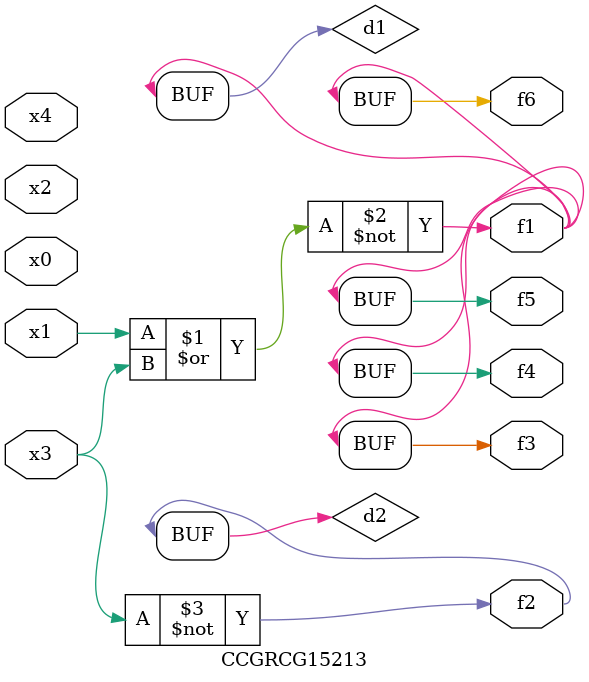
<source format=v>
module CCGRCG15213(
	input x0, x1, x2, x3, x4,
	output f1, f2, f3, f4, f5, f6
);

	wire d1, d2;

	nor (d1, x1, x3);
	not (d2, x3);
	assign f1 = d1;
	assign f2 = d2;
	assign f3 = d1;
	assign f4 = d1;
	assign f5 = d1;
	assign f6 = d1;
endmodule

</source>
